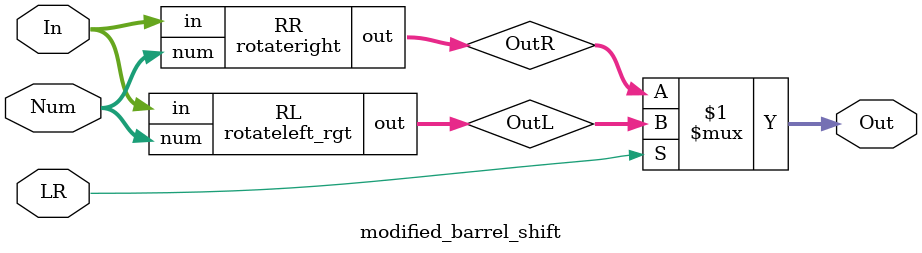
<source format=v>
module rotateright(out,in,num);
	
	output reg [7:0]out;
	input [7:0]in;
	input [2:0]num;
	
	always @*
	begin
		case(num)
			3'h1:
				out={in[0],in[7:1]};
			3'h2:
				out={in[1:0],in[7:2]};
			3'h3:
				out={in[2:0],in[7:3]};
			3'h4:
				out={in[3:0],in[7:4]};
			3'h5:
				out={in[4:0],in[7:5]};
			3'h6:
				out={in[5:0],in[7:6]};
			3'h7:
				out={in[6:0],in[7]};
			default:
				out=in;
		endcase
	end
	
endmodule

module rotateleft(out,in,num);
	
	output reg [7:0]out;
	input [7:0]in;
	input [2:0]num;
	
	always @*
	begin
		case(num)
			3'h1:
				out={in[6:0],in[7]};
			3'h2:
				out={in[5:0],in[7:6]};
			3'h3:
				out={in[4:0],in[7:5]};
			3'h4:
				out={in[3:0],in[7:4]};
			3'h5:
				out={in[2:0],in[7:3]};
			3'h6:
				out={in[1:0],in[7:2]};
			3'h7:
				out={in[0],in[7:1]};
			default:
				out=in;
		endcase
	end
	
endmodule

module reverse(out,in);
	
	output [7:0]out;
	input [7:0]in;
	
	assign out={in[0],in[1],in[2],in[3],in[4],in[5],in[6],in[7]};
	
endmodule

module rotateleft_rgt(out,in,num);
	
	output [7:0]out;
	input [7:0]in;
	input [2:0]num;
	
	wire [7:0]outR,outRV;
	
	reverse r1(outRV,in);
	rotateright rr(outR,outRV,num);
	reverse r2(out,outR);
	
endmodule

module modified_barrel_shift(Out,In,Num,LR);
	
	output [7:0]Out;
	input [7:0]In;
	input [2:0]Num;
	input LR;
	
	wire [7:0]OutR,OutL;
	
	rotateright RR(OutR,In,Num);
	rotateleft_rgt RL(OutL,In,Num);
	
	assign Out=LR ? OutL : OutR;
	
endmodule
</source>
